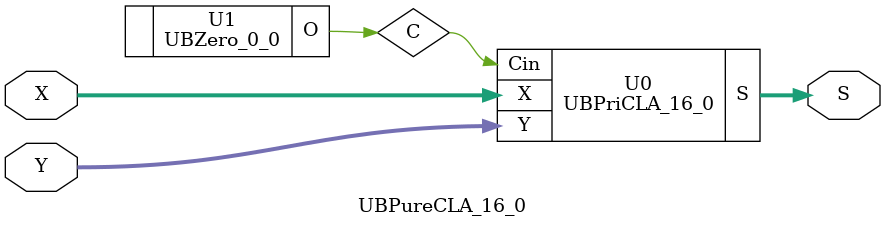
<source format=v>
/*----------------------------------------------------------------------------
  Copyright (c) 2021 Homma laboratory. All rights reserved.

  Top module: UBCLA_16_0_16_0

  Operand-1 length: 17
  Operand-2 length: 17
  Two-operand addition algorithm: Carry look-ahead adder
----------------------------------------------------------------------------*/

module GPGenerator(Go, Po, A, B);
  output Go;
  output Po;
  input A;
  input B;
  assign Go = A & B;
  assign Po = A ^ B;
endmodule

module CLAUnit_17(C, G, P, Cin);
  output [17:1] C;
  input Cin;
  input [16:0] G;
  input [16:0] P;
  assign C[1] = G[0] | ( P[0] & Cin );
  assign C[2] = G[1] | ( P[1] & G[0] ) | ( P[1] & P[0] & Cin );
  assign C[3] = G[2] | ( P[2] & G[1] ) | ( P[2] & P[1] & G[0] ) | ( P[2] & P[1] & P[0] & Cin );
  assign C[4] = G[3] | ( P[3] & G[2] ) | ( P[3] & P[2] & G[1] ) | ( P[3] & P[2] & P[1] & G[0] ) | ( P[3] & P[2] & P[1] & P[0] & Cin );
  assign C[5] = G[4] | ( P[4] & G[3] ) | ( P[4] & P[3] & G[2] ) | ( P[4] & P[3] & P[2] & G[1] ) | ( P[4] & P[3] & P[2] & P[1] & G[0] ) | ( P[4] & P[3] & P[2] & P[1] & P[0] & Cin );
  assign C[6] = G[5] | ( P[5] & G[4] ) | ( P[5] & P[4] & G[3] ) | ( P[5] & P[4] & P[3] & G[2] ) | ( P[5] & P[4] & P[3] & P[2] & G[1] ) | ( P[5] & P[4] & P[3] & P[2] & P[1] & G[0] ) | ( P[5] & P[4] & P[3]
 & P[2] & P[1] & P[0] & Cin );
  assign C[7] = G[6] | ( P[6] & G[5] ) | ( P[6] & P[5] & G[4] ) | ( P[6] & P[5] & P[4] & G[3] ) | ( P[6] & P[5] & P[4] & P[3] & G[2] ) | ( P[6] & P[5] & P[4] & P[3] & P[2] & G[1] ) | ( P[6] & P[5] & P[4]
 & P[3] & P[2] & P[1] & G[0] ) | ( P[6] & P[5] & P[4] & P[3] & P[2] & P[1] & P[0] & Cin );
  assign C[8] = G[7] | ( P[7] & G[6] ) | ( P[7] & P[6] & G[5] ) | ( P[7] & P[6] & P[5] & G[4] ) | ( P[7] & P[6] & P[5] & P[4] & G[3] ) | ( P[7] & P[6] & P[5] & P[4] & P[3] & G[2] ) | ( P[7] & P[6] & P[5]
 & P[4] & P[3] & P[2] & G[1] ) | ( P[7] & P[6] & P[5] & P[4] & P[3] & P[2] & P[1] & G[0] ) | ( P[7] & P[6] & P[5] & P[4] & P[3] & P[2] & P[1] & P[0] & Cin );
  assign C[9] = G[8] | ( P[8] & G[7] ) | ( P[8] & P[7] & G[6] ) | ( P[8] & P[7] & P[6] & G[5] ) | ( P[8] & P[7] & P[6] & P[5] & G[4] ) | ( P[8] & P[7] & P[6] & P[5] & P[4] & G[3] ) | ( P[8] & P[7] & P[6]
 & P[5] & P[4] & P[3] & G[2] ) | ( P[8] & P[7] & P[6] & P[5] & P[4] & P[3] & P[2] & G[1] ) | ( P[8] & P[7] & P[6] & P[5] & P[4] & P[3] & P[2] & P[1] & G[0] ) | ( P[8] & P[7] & P[6] & P[5] & P[4] & P[3]
 & P[2] & P[1] & P[0] & Cin );
  assign C[10] = G[9] | ( P[9] & G[8] ) | ( P[9] & P[8] & G[7] ) | ( P[9] & P[8] & P[7] & G[6] ) | ( P[9] & P[8] & P[7] & P[6] & G[5] ) | ( P[9] & P[8] & P[7] & P[6] & P[5] & G[4] ) | ( P[9] & P[8] & P[7]
 & P[6] & P[5] & P[4] & G[3] ) | ( P[9] & P[8] & P[7] & P[6] & P[5] & P[4] & P[3] & G[2] ) | ( P[9] & P[8] & P[7] & P[6] & P[5] & P[4] & P[3] & P[2] & G[1] ) | ( P[9] & P[8] & P[7] & P[6] & P[5] & P[4]
 & P[3] & P[2] & P[1] & G[0] ) | ( P[9] & P[8] & P[7] & P[6] & P[5] & P[4] & P[3] & P[2] & P[1] & P[0] & Cin );
  assign C[11] = G[10] | ( P[10] & G[9] ) | ( P[10] & P[9] & G[8] ) | ( P[10] & P[9] & P[8] & G[7] ) | ( P[10] & P[9] & P[8] & P[7] & G[6] ) | ( P[10] & P[9] & P[8] & P[7] & P[6] & G[5] ) | ( P[10] & P[9]
 & P[8] & P[7] & P[6] & P[5] & G[4] ) | ( P[10] & P[9] & P[8] & P[7] & P[6] & P[5] & P[4] & G[3] ) | ( P[10] & P[9] & P[8] & P[7] & P[6] & P[5] & P[4] & P[3] & G[2] ) | ( P[10] & P[9] & P[8] & P[7] & P[6]
 & P[5] & P[4] & P[3] & P[2] & G[1] ) | ( P[10] & P[9] & P[8] & P[7] & P[6] & P[5] & P[4] & P[3] & P[2] & P[1] & G[0] ) | ( P[10] & P[9] & P[8] & P[7] & P[6] & P[5] & P[4] & P[3] & P[2] & P[1] & P[0] &
 Cin );
  assign C[12] = G[11] | ( P[11] & G[10] ) | ( P[11] & P[10] & G[9] ) | ( P[11] & P[10] & P[9] & G[8] ) | ( P[11] & P[10] & P[9] & P[8] & G[7] ) | ( P[11] & P[10] & P[9] & P[8] & P[7] & G[6] ) | ( P[11]
 & P[10] & P[9] & P[8] & P[7] & P[6] & G[5] ) | ( P[11] & P[10] & P[9] & P[8] & P[7] & P[6] & P[5] & G[4] ) | ( P[11] & P[10] & P[9] & P[8] & P[7] & P[6] & P[5] & P[4] & G[3] ) | ( P[11] & P[10] & P[9]
 & P[8] & P[7] & P[6] & P[5] & P[4] & P[3] & G[2] ) | ( P[11] & P[10] & P[9] & P[8] & P[7] & P[6] & P[5] & P[4] & P[3] & P[2] & G[1] ) | ( P[11] & P[10] & P[9] & P[8] & P[7] & P[6] & P[5] & P[4] & P[3]
 & P[2] & P[1] & G[0] ) | ( P[11] & P[10] & P[9] & P[8] & P[7] & P[6] & P[5] & P[4] & P[3] & P[2] & P[1] & P[0] & Cin );
  assign C[13] = G[12] | ( P[12] & G[11] ) | ( P[12] & P[11] & G[10] ) | ( P[12] & P[11] & P[10] & G[9] ) | ( P[12] & P[11] & P[10] & P[9] & G[8] ) | ( P[12] & P[11] & P[10] & P[9] & P[8] & G[7] ) | ( P[12]
 & P[11] & P[10] & P[9] & P[8] & P[7] & G[6] ) | ( P[12] & P[11] & P[10] & P[9] & P[8] & P[7] & P[6] & G[5] ) | ( P[12] & P[11] & P[10] & P[9] & P[8] & P[7] & P[6] & P[5] & G[4] ) | ( P[12] & P[11] & P[10]
 & P[9] & P[8] & P[7] & P[6] & P[5] & P[4] & G[3] ) | ( P[12] & P[11] & P[10] & P[9] & P[8] & P[7] & P[6] & P[5] & P[4] & P[3] & G[2] ) | ( P[12] & P[11] & P[10] & P[9] & P[8] & P[7] & P[6] & P[5] & P[4]
 & P[3] & P[2] & G[1] ) | ( P[12] & P[11] & P[10] & P[9] & P[8] & P[7] & P[6] & P[5] & P[4] & P[3] & P[2] & P[1] & G[0] ) | ( P[12] & P[11] & P[10] & P[9] & P[8] & P[7] & P[6] & P[5] & P[4] & P[3] & P[2]
 & P[1] & P[0] & Cin );
  assign C[14] = G[13] | ( P[13] & G[12] ) | ( P[13] & P[12] & G[11] ) | ( P[13] & P[12] & P[11] & G[10] ) | ( P[13] & P[12] & P[11] & P[10] & G[9] ) | ( P[13] & P[12] & P[11] & P[10] & P[9] & G[8] ) |
 ( P[13] & P[12] & P[11] & P[10] & P[9] & P[8] & G[7] ) | ( P[13] & P[12] & P[11] & P[10] & P[9] & P[8] & P[7] & G[6] ) | ( P[13] & P[12] & P[11] & P[10] & P[9] & P[8] & P[7] & P[6] & G[5] ) | ( P[13] &
 P[12] & P[11] & P[10] & P[9] & P[8] & P[7] & P[6] & P[5] & G[4] ) | ( P[13] & P[12] & P[11] & P[10] & P[9] & P[8] & P[7] & P[6] & P[5] & P[4] & G[3] ) | ( P[13] & P[12] & P[11] & P[10] & P[9] & P[8] &
 P[7] & P[6] & P[5] & P[4] & P[3] & G[2] ) | ( P[13] & P[12] & P[11] & P[10] & P[9] & P[8] & P[7] & P[6] & P[5] & P[4] & P[3] & P[2] & G[1] ) | ( P[13] & P[12] & P[11] & P[10] & P[9] & P[8] & P[7] & P[6]
 & P[5] & P[4] & P[3] & P[2] & P[1] & G[0] ) | ( P[13] & P[12] & P[11] & P[10] & P[9] & P[8] & P[7] & P[6] & P[5] & P[4] & P[3] & P[2] & P[1] & P[0] & Cin );
  assign C[15] = G[14] | ( P[14] & G[13] ) | ( P[14] & P[13] & G[12] ) | ( P[14] & P[13] & P[12] & G[11] ) | ( P[14] & P[13] & P[12] & P[11] & G[10] ) | ( P[14] & P[13] & P[12] & P[11] & P[10] & G[9] )
 | ( P[14] & P[13] & P[12] & P[11] & P[10] & P[9] & G[8] ) | ( P[14] & P[13] & P[12] & P[11] & P[10] & P[9] & P[8] & G[7] ) | ( P[14] & P[13] & P[12] & P[11] & P[10] & P[9] & P[8] & P[7] & G[6] ) | ( P[14]
 & P[13] & P[12] & P[11] & P[10] & P[9] & P[8] & P[7] & P[6] & G[5] ) | ( P[14] & P[13] & P[12] & P[11] & P[10] & P[9] & P[8] & P[7] & P[6] & P[5] & G[4] ) | ( P[14] & P[13] & P[12] & P[11] & P[10] & P[9]
 & P[8] & P[7] & P[6] & P[5] & P[4] & G[3] ) | ( P[14] & P[13] & P[12] & P[11] & P[10] & P[9] & P[8] & P[7] & P[6] & P[5] & P[4] & P[3] & G[2] ) | ( P[14] & P[13] & P[12] & P[11] & P[10] & P[9] & P[8] &
 P[7] & P[6] & P[5] & P[4] & P[3] & P[2] & G[1] ) | ( P[14] & P[13] & P[12] & P[11] & P[10] & P[9] & P[8] & P[7] & P[6] & P[5] & P[4] & P[3] & P[2] & P[1] & G[0] ) | ( P[14] & P[13] & P[12] & P[11] & P[10]
 & P[9] & P[8] & P[7] & P[6] & P[5] & P[4] & P[3] & P[2] & P[1] & P[0] & Cin );
  assign C[16] = G[15] | ( P[15] & G[14] ) | ( P[15] & P[14] & G[13] ) | ( P[15] & P[14] & P[13] & G[12] ) | ( P[15] & P[14] & P[13] & P[12] & G[11] ) | ( P[15] & P[14] & P[13] & P[12] & P[11] & G[10] )
 | ( P[15] & P[14] & P[13] & P[12] & P[11] & P[10] & G[9] ) | ( P[15] & P[14] & P[13] & P[12] & P[11] & P[10] & P[9] & G[8] ) | ( P[15] & P[14] & P[13] & P[12] & P[11] & P[10] & P[9] & P[8] & G[7] ) | (
 P[15] & P[14] & P[13] & P[12] & P[11] & P[10] & P[9] & P[8] & P[7] & G[6] ) | ( P[15] & P[14] & P[13] & P[12] & P[11] & P[10] & P[9] & P[8] & P[7] & P[6] & G[5] ) | ( P[15] & P[14] & P[13] & P[12] & P[11]
 & P[10] & P[9] & P[8] & P[7] & P[6] & P[5] & G[4] ) | ( P[15] & P[14] & P[13] & P[12] & P[11] & P[10] & P[9] & P[8] & P[7] & P[6] & P[5] & P[4] & G[3] ) | ( P[15] & P[14] & P[13] & P[12] & P[11] & P[10]
 & P[9] & P[8] & P[7] & P[6] & P[5] & P[4] & P[3] & G[2] ) | ( P[15] & P[14] & P[13] & P[12] & P[11] & P[10] & P[9] & P[8] & P[7] & P[6] & P[5] & P[4] & P[3] & P[2] & G[1] ) | ( P[15] & P[14] & P[13] &
 P[12] & P[11] & P[10] & P[9] & P[8] & P[7] & P[6] & P[5] & P[4] & P[3] & P[2] & P[1] & G[0] ) | ( P[15] & P[14] & P[13] & P[12] & P[11] & P[10] & P[9] & P[8] & P[7] & P[6] & P[5] & P[4] & P[3] & P[2] &
 P[1] & P[0] & Cin );
  assign C[17] = G[16] | ( P[16] & G[15] ) | ( P[16] & P[15] & G[14] ) | ( P[16] & P[15] & P[14] & G[13] ) | ( P[16] & P[15] & P[14] & P[13] & G[12] ) | ( P[16] & P[15] & P[14] & P[13] & P[12] & G[11] )
 | ( P[16] & P[15] & P[14] & P[13] & P[12] & P[11] & G[10] ) | ( P[16] & P[15] & P[14] & P[13] & P[12] & P[11] & P[10] & G[9] ) | ( P[16] & P[15] & P[14] & P[13] & P[12] & P[11] & P[10] & P[9] & G[8] )
 | ( P[16] & P[15] & P[14] & P[13] & P[12] & P[11] & P[10] & P[9] & P[8] & G[7] ) | ( P[16] & P[15] & P[14] & P[13] & P[12] & P[11] & P[10] & P[9] & P[8] & P[7] & G[6] ) | ( P[16] & P[15] & P[14] & P[13]
 & P[12] & P[11] & P[10] & P[9] & P[8] & P[7] & P[6] & G[5] ) | ( P[16] & P[15] & P[14] & P[13] & P[12] & P[11] & P[10] & P[9] & P[8] & P[7] & P[6] & P[5] & G[4] ) | ( P[16] & P[15] & P[14] & P[13] & P[12]
 & P[11] & P[10] & P[9] & P[8] & P[7] & P[6] & P[5] & P[4] & G[3] ) | ( P[16] & P[15] & P[14] & P[13] & P[12] & P[11] & P[10] & P[9] & P[8] & P[7] & P[6] & P[5] & P[4] & P[3] & G[2] ) | ( P[16] & P[15]
 & P[14] & P[13] & P[12] & P[11] & P[10] & P[9] & P[8] & P[7] & P[6] & P[5] & P[4] & P[3] & P[2] & G[1] ) | ( P[16] & P[15] & P[14] & P[13] & P[12] & P[11] & P[10] & P[9] & P[8] & P[7] & P[6] & P[5] & P[4]
 & P[3] & P[2] & P[1] & G[0] ) | ( P[16] & P[15] & P[14] & P[13] & P[12] & P[11] & P[10] & P[9] & P[8] & P[7] & P[6] & P[5] & P[4] & P[3] & P[2] & P[1] & P[0] & Cin );
endmodule

module UBPriCLA_16_0(S, X, Y, Cin);
  output [17:0] S;
  input Cin;
  input [16:0] X;
  input [16:0] Y;
  wire [17:1] C;
  wire [16:0] G;
  wire [16:0] P;
  assign S[0] = Cin ^ P[0];
  assign S[1] = C[1] ^ P[1];
  assign S[2] = C[2] ^ P[2];
  assign S[3] = C[3] ^ P[3];
  assign S[4] = C[4] ^ P[4];
  assign S[5] = C[5] ^ P[5];
  assign S[6] = C[6] ^ P[6];
  assign S[7] = C[7] ^ P[7];
  assign S[8] = C[8] ^ P[8];
  assign S[9] = C[9] ^ P[9];
  assign S[10] = C[10] ^ P[10];
  assign S[11] = C[11] ^ P[11];
  assign S[12] = C[12] ^ P[12];
  assign S[13] = C[13] ^ P[13];
  assign S[14] = C[14] ^ P[14];
  assign S[15] = C[15] ^ P[15];
  assign S[16] = C[16] ^ P[16];
  assign S[17] = C[17];
  GPGenerator U0 (G[0], P[0], X[0], Y[0]);
  GPGenerator U1 (G[1], P[1], X[1], Y[1]);
  GPGenerator U2 (G[2], P[2], X[2], Y[2]);
  GPGenerator U3 (G[3], P[3], X[3], Y[3]);
  GPGenerator U4 (G[4], P[4], X[4], Y[4]);
  GPGenerator U5 (G[5], P[5], X[5], Y[5]);
  GPGenerator U6 (G[6], P[6], X[6], Y[6]);
  GPGenerator U7 (G[7], P[7], X[7], Y[7]);
  GPGenerator U8 (G[8], P[8], X[8], Y[8]);
  GPGenerator U9 (G[9], P[9], X[9], Y[9]);
  GPGenerator U10 (G[10], P[10], X[10], Y[10]);
  GPGenerator U11 (G[11], P[11], X[11], Y[11]);
  GPGenerator U12 (G[12], P[12], X[12], Y[12]);
  GPGenerator U13 (G[13], P[13], X[13], Y[13]);
  GPGenerator U14 (G[14], P[14], X[14], Y[14]);
  GPGenerator U15 (G[15], P[15], X[15], Y[15]);
  GPGenerator U16 (G[16], P[16], X[16], Y[16]);
  CLAUnit_17 U17 (C, G, P, Cin);
endmodule

module UBZero_0_0(O);
  output [0:0] O;
  assign O[0] = 0;
endmodule

module UBCLA_16_0_16_0 (S, X, Y);
  output [17:0] S;
  input [16:0] X;
  input [16:0] Y;
  UBPureCLA_16_0 U0 (S[17:0], X[16:0], Y[16:0]);
endmodule

module UBPureCLA_16_0 (S, X, Y);
  output [17:0] S;
  input [16:0] X;
  input [16:0] Y;
  wire C;
  UBPriCLA_16_0 U0 (S, X, Y, C);
  UBZero_0_0 U1 (C);
endmodule


</source>
